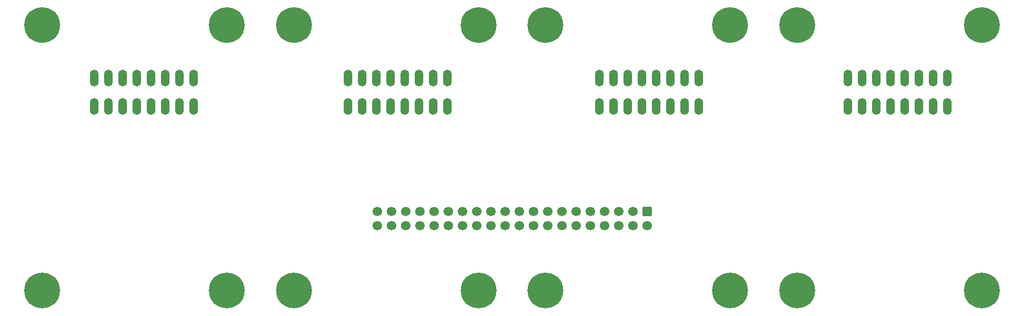
<source format=gbr>
%TF.GenerationSoftware,KiCad,Pcbnew,9.99.0-unknown-b0b07bbc41~182~ubuntu22.04.1*%
%TF.CreationDate,2025-08-06T14:03:11+02:00*%
%TF.ProjectId,CP70_pa_ba,43503730-5f70-4615-9f62-612e6b696361,rev?*%
%TF.SameCoordinates,Original*%
%TF.FileFunction,Soldermask,Top*%
%TF.FilePolarity,Negative*%
%FSLAX46Y46*%
G04 Gerber Fmt 4.6, Leading zero omitted, Abs format (unit mm)*
G04 Created by KiCad (PCBNEW 9.99.0-unknown-b0b07bbc41~182~ubuntu22.04.1) date 2025-08-06 14:03:11*
%MOMM*%
%LPD*%
G01*
G04 APERTURE LIST*
G04 Aperture macros list*
%AMRoundRect*
0 Rectangle with rounded corners*
0 $1 Rounding radius*
0 $2 $3 $4 $5 $6 $7 $8 $9 X,Y pos of 4 corners*
0 Add a 4 corners polygon primitive as box body*
4,1,4,$2,$3,$4,$5,$6,$7,$8,$9,$2,$3,0*
0 Add four circle primitives for the rounded corners*
1,1,$1+$1,$2,$3*
1,1,$1+$1,$4,$5*
1,1,$1+$1,$6,$7*
1,1,$1+$1,$8,$9*
0 Add four rect primitives between the rounded corners*
20,1,$1+$1,$2,$3,$4,$5,0*
20,1,$1+$1,$4,$5,$6,$7,0*
20,1,$1+$1,$6,$7,$8,$9,0*
20,1,$1+$1,$8,$9,$2,$3,0*%
G04 Aperture macros list end*
%ADD10O,1.500000X3.000000*%
%ADD11C,0.800000*%
%ADD12C,6.400000*%
%ADD13RoundRect,0.250000X-0.600000X0.600000X-0.600000X-0.600000X0.600000X-0.600000X0.600000X0.600000X0*%
%ADD14C,1.700000*%
G04 APERTURE END LIST*
D10*
%TO.C,J105*%
X74310000Y-87960000D03*
X74310000Y-93040000D03*
X76850000Y-87960000D03*
X76850000Y-93040000D03*
X79390000Y-87960000D03*
X79390000Y-93040000D03*
X81930000Y-87960000D03*
X81930000Y-93040000D03*
X84470000Y-87960000D03*
X84470000Y-93040000D03*
X87010000Y-87960000D03*
X87010000Y-93040000D03*
X89550000Y-87960000D03*
X89550000Y-93040000D03*
X92090000Y-87960000D03*
X92090000Y-93040000D03*
%TD*%
%TO.C,J104*%
X119633333Y-87960000D03*
X119633333Y-93040000D03*
X122173333Y-87960000D03*
X122173333Y-93040000D03*
X124713333Y-87960000D03*
X124713333Y-93040000D03*
X127253333Y-87960000D03*
X127253333Y-93040000D03*
X129793333Y-87960000D03*
X129793333Y-93040000D03*
X132333333Y-87960000D03*
X132333333Y-93040000D03*
X134873333Y-87960000D03*
X134873333Y-93040000D03*
X137413333Y-87960000D03*
X137413333Y-93040000D03*
%TD*%
%TO.C,J103*%
X164646667Y-87960000D03*
X164646667Y-93040000D03*
X167186667Y-87960000D03*
X167186667Y-93040000D03*
X169726667Y-87960000D03*
X169726667Y-93040000D03*
X172266667Y-87960000D03*
X172266667Y-93040000D03*
X174806667Y-87960000D03*
X174806667Y-93040000D03*
X177346667Y-87960000D03*
X177346667Y-93040000D03*
X179886667Y-87960000D03*
X179886667Y-93040000D03*
X182426667Y-87960000D03*
X182426667Y-93040000D03*
%TD*%
D11*
%TO.C,H116*%
X197600000Y-78500000D03*
X198302944Y-76802944D03*
X198302944Y-80197056D03*
X200000000Y-76100000D03*
D12*
X200000000Y-78500000D03*
D11*
X200000000Y-80900000D03*
X201697056Y-76802944D03*
X201697056Y-80197056D03*
X202400000Y-78500000D03*
%TD*%
%TO.C,H115*%
X197600000Y-126000000D03*
X198302944Y-124302944D03*
X198302944Y-127697056D03*
X200000000Y-123600000D03*
D12*
X200000000Y-126000000D03*
D11*
X200000000Y-128400000D03*
X201697056Y-124302944D03*
X201697056Y-127697056D03*
X202400000Y-126000000D03*
%TD*%
%TO.C,H114*%
X185600000Y-78500000D03*
X186302944Y-76802944D03*
X186302944Y-80197056D03*
X188000000Y-76100000D03*
D12*
X188000000Y-78500000D03*
D11*
X188000000Y-80900000D03*
X189697056Y-76802944D03*
X189697056Y-80197056D03*
X190400000Y-78500000D03*
%TD*%
%TO.C,H113*%
X185600000Y-126000000D03*
X186302944Y-124302944D03*
X186302944Y-127697056D03*
X188000000Y-123600000D03*
D12*
X188000000Y-126000000D03*
D11*
X188000000Y-128400000D03*
X189697056Y-124302944D03*
X189697056Y-127697056D03*
X190400000Y-126000000D03*
%TD*%
%TO.C,H112*%
X152600000Y-78500000D03*
X153302944Y-76802944D03*
X153302944Y-80197056D03*
X155000000Y-76100000D03*
D12*
X155000000Y-78500000D03*
D11*
X155000000Y-80900000D03*
X156697056Y-76802944D03*
X156697056Y-80197056D03*
X157400000Y-78500000D03*
%TD*%
%TO.C,H111*%
X152600000Y-126000000D03*
X153302944Y-124302944D03*
X153302944Y-127697056D03*
X155000000Y-123600000D03*
D12*
X155000000Y-126000000D03*
D11*
X155000000Y-128400000D03*
X156697056Y-124302944D03*
X156697056Y-127697056D03*
X157400000Y-126000000D03*
%TD*%
%TO.C,H110*%
X140600000Y-126000000D03*
X141302944Y-124302944D03*
X141302944Y-127697056D03*
X143000000Y-123600000D03*
D12*
X143000000Y-126000000D03*
D11*
X143000000Y-128400000D03*
X144697056Y-124302944D03*
X144697056Y-127697056D03*
X145400000Y-126000000D03*
%TD*%
%TO.C,H109*%
X107600000Y-126000000D03*
X108302944Y-124302944D03*
X108302944Y-127697056D03*
X110000000Y-123600000D03*
D12*
X110000000Y-126000000D03*
D11*
X110000000Y-128400000D03*
X111697056Y-124302944D03*
X111697056Y-127697056D03*
X112400000Y-126000000D03*
%TD*%
%TO.C,H108*%
X140600000Y-78500000D03*
X141302944Y-76802944D03*
X141302944Y-80197056D03*
X143000000Y-76100000D03*
D12*
X143000000Y-78500000D03*
D11*
X143000000Y-80900000D03*
X144697056Y-76802944D03*
X144697056Y-80197056D03*
X145400000Y-78500000D03*
%TD*%
%TO.C,H107*%
X95600000Y-126000000D03*
X96302944Y-124302944D03*
X96302944Y-127697056D03*
X98000000Y-123600000D03*
D12*
X98000000Y-126000000D03*
D11*
X98000000Y-128400000D03*
X99697056Y-124302944D03*
X99697056Y-127697056D03*
X100400000Y-126000000D03*
%TD*%
%TO.C,H106*%
X107600000Y-78500000D03*
X108302944Y-76802944D03*
X108302944Y-80197056D03*
X110000000Y-76100000D03*
D12*
X110000000Y-78500000D03*
D11*
X110000000Y-80900000D03*
X111697056Y-76802944D03*
X111697056Y-80197056D03*
X112400000Y-78500000D03*
%TD*%
%TO.C,H105*%
X95600000Y-78500000D03*
X96302944Y-76802944D03*
X96302944Y-80197056D03*
X98000000Y-76100000D03*
D12*
X98000000Y-78500000D03*
D11*
X98000000Y-80900000D03*
X99697056Y-76802944D03*
X99697056Y-80197056D03*
X100400000Y-78500000D03*
%TD*%
D10*
%TO.C,J101*%
X226890000Y-93040000D03*
X226890000Y-87960000D03*
X224350000Y-93040000D03*
X224350000Y-87960000D03*
X221810000Y-93040000D03*
X221810000Y-87960000D03*
X219270000Y-93040000D03*
X219270000Y-87960000D03*
X216730000Y-93040000D03*
X216730000Y-87960000D03*
X214190000Y-93040000D03*
X214190000Y-87960000D03*
X211650000Y-93040000D03*
X211650000Y-87960000D03*
X209110000Y-93040000D03*
X209110000Y-87960000D03*
%TD*%
D11*
%TO.C,H101*%
X230600000Y-78500000D03*
X231302944Y-76802944D03*
X231302944Y-80197056D03*
X233000000Y-76100000D03*
D12*
X233000000Y-78500000D03*
D11*
X233000000Y-80900000D03*
X234697056Y-76802944D03*
X234697056Y-80197056D03*
X235400000Y-78500000D03*
%TD*%
%TO.C,H102*%
X62600000Y-78500000D03*
X63302944Y-76802944D03*
X63302944Y-80197056D03*
X65000000Y-76100000D03*
D12*
X65000000Y-78500000D03*
D11*
X65000000Y-80900000D03*
X66697056Y-76802944D03*
X66697056Y-80197056D03*
X67400000Y-78500000D03*
%TD*%
D13*
%TO.C,J102*%
X173180000Y-111857500D03*
D14*
X173180000Y-114397500D03*
X170640000Y-111857500D03*
X170640000Y-114397500D03*
X168100000Y-111857500D03*
X168100000Y-114397500D03*
X165560000Y-111857500D03*
X165560000Y-114397500D03*
X163020000Y-111857500D03*
X163020000Y-114397500D03*
X160480000Y-111857500D03*
X160480000Y-114397500D03*
X157940000Y-111857500D03*
X157940000Y-114397500D03*
X155400000Y-111857500D03*
X155400000Y-114397500D03*
X152860000Y-111857500D03*
X152860000Y-114397500D03*
X150320000Y-111857500D03*
X150320000Y-114397500D03*
X147780000Y-111857500D03*
X147780000Y-114397500D03*
X145240000Y-111857500D03*
X145240000Y-114397500D03*
X142700000Y-111857500D03*
X142700000Y-114397500D03*
X140160000Y-111857500D03*
X140160000Y-114397500D03*
X137620000Y-111857500D03*
X137620000Y-114397500D03*
X135080000Y-111857500D03*
X135080000Y-114397500D03*
X132540000Y-111857500D03*
X132540000Y-114397500D03*
X130000000Y-111857500D03*
X130000000Y-114397500D03*
X127460000Y-111857500D03*
X127460000Y-114397500D03*
X124920000Y-111857500D03*
X124920000Y-114397500D03*
%TD*%
D11*
%TO.C,H104*%
X62600000Y-126000000D03*
X63302944Y-124302944D03*
X63302944Y-127697056D03*
X65000000Y-123600000D03*
D12*
X65000000Y-126000000D03*
D11*
X65000000Y-128400000D03*
X66697056Y-124302944D03*
X66697056Y-127697056D03*
X67400000Y-126000000D03*
%TD*%
%TO.C,H103*%
X230600000Y-126000000D03*
X231302944Y-124302944D03*
X231302944Y-127697056D03*
X233000000Y-123600000D03*
D12*
X233000000Y-126000000D03*
D11*
X233000000Y-128400000D03*
X234697056Y-124302944D03*
X234697056Y-127697056D03*
X235400000Y-126000000D03*
%TD*%
M02*

</source>
